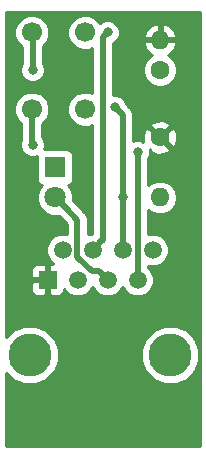
<source format=gbr>
G04 #@! TF.GenerationSoftware,KiCad,Pcbnew,5.0.0*
G04 #@! TF.CreationDate,2018-10-03T23:40:34+00:00*
G04 #@! TF.ProjectId,jeopardy-hw,6A656F70617264792D68772E6B696361,rev?*
G04 #@! TF.SameCoordinates,Original*
G04 #@! TF.FileFunction,Copper,L2,Bot,Signal*
G04 #@! TF.FilePolarity,Positive*
%FSLAX46Y46*%
G04 Gerber Fmt 4.6, Leading zero omitted, Abs format (unit mm)*
G04 Created by KiCad (PCBNEW 5.0.0) date Wed Oct  3 23:40:34 2018*
%MOMM*%
%LPD*%
G01*
G04 APERTURE LIST*
G04 #@! TA.AperFunction,ComponentPad*
%ADD10O,1.600000X1.600000*%
G04 #@! TD*
G04 #@! TA.AperFunction,ComponentPad*
%ADD11C,1.600000*%
G04 #@! TD*
G04 #@! TA.AperFunction,ComponentPad*
%ADD12C,1.500000*%
G04 #@! TD*
G04 #@! TA.AperFunction,ComponentPad*
%ADD13R,1.500000X1.500000*%
G04 #@! TD*
G04 #@! TA.AperFunction,WasherPad*
%ADD14C,3.650000*%
G04 #@! TD*
G04 #@! TA.AperFunction,ComponentPad*
%ADD15C,1.800000*%
G04 #@! TD*
G04 #@! TA.AperFunction,ComponentPad*
%ADD16R,1.800000X1.800000*%
G04 #@! TD*
G04 #@! TA.AperFunction,ComponentPad*
%ADD17C,1.700000*%
G04 #@! TD*
G04 #@! TA.AperFunction,ViaPad*
%ADD18C,0.800000*%
G04 #@! TD*
G04 #@! TA.AperFunction,Conductor*
%ADD19C,0.500000*%
G04 #@! TD*
G04 #@! TA.AperFunction,Conductor*
%ADD20C,0.254000*%
G04 #@! TD*
G04 APERTURE END LIST*
D10*
G04 #@! TO.P,R_BTN_LED_P1,2*
G04 #@! TO.N,GND*
X116840000Y-100330000D03*
D11*
G04 #@! TO.P,R_BTN_LED_P1,1*
G04 #@! TO.N,Net-(R_BTN_LED_P1-Pad1)*
X116840000Y-102870000D03*
G04 #@! TD*
D12*
G04 #@! TO.P,J_P1,8*
G04 #@! TO.N,Net-(J_P1-Pad8)*
X116205000Y-118110000D03*
G04 #@! TO.P,J_P1,7*
G04 #@! TO.N,Net-(J_P1-Pad7)*
X114935000Y-120650000D03*
G04 #@! TO.P,J_P1,6*
G04 #@! TO.N,Net-(J_P1-Pad6)*
X113665000Y-118110000D03*
G04 #@! TO.P,J_P1,5*
G04 #@! TO.N,+12V*
X112395000Y-120650000D03*
G04 #@! TO.P,J_P1,4*
G04 #@! TO.N,+3V3*
X111125000Y-118110000D03*
G04 #@! TO.P,J_P1,3*
G04 #@! TO.N,Net-(J_P1-Pad3)*
X109855000Y-120650000D03*
G04 #@! TO.P,J_P1,2*
G04 #@! TO.N,Net-(J_P1-Pad2)*
X108585000Y-118110000D03*
D13*
G04 #@! TO.P,J_P1,1*
G04 #@! TO.N,GND*
X107315000Y-120650000D03*
D14*
G04 #@! TO.P,J_P1,Hole*
G04 #@! TO.N,*
X105825000Y-127000000D03*
X117695000Y-127000000D03*
G04 #@! TD*
D11*
G04 #@! TO.P,R_BTN_P1,1*
G04 #@! TO.N,GND*
X116840000Y-108585000D03*
D10*
G04 #@! TO.P,R_BTN_P1,2*
G04 #@! TO.N,Net-(J_P1-Pad6)*
X116840000Y-113665000D03*
G04 #@! TD*
D15*
G04 #@! TO.P,LED_P1,2*
G04 #@! TO.N,+12V*
X107950000Y-113665000D03*
D16*
G04 #@! TO.P,LED_P1,1*
G04 #@! TO.N,Net-(J_P1-Pad8)*
X107950000Y-111125000D03*
G04 #@! TD*
D17*
G04 #@! TO.P,SW_P1,4*
G04 #@! TO.N,Net-(J_P1-Pad7)*
X105990000Y-106195000D03*
G04 #@! TO.P,SW_P1,3*
G04 #@! TO.N,Net-(R_BTN_LED_P1-Pad1)*
X105990000Y-99695000D03*
G04 #@! TO.P,SW_P1,2*
G04 #@! TO.N,Net-(J_P1-Pad6)*
X110490000Y-106195000D03*
G04 #@! TO.P,SW_P1,1*
G04 #@! TO.N,+3V3*
X110490000Y-99695000D03*
G04 #@! TD*
D18*
G04 #@! TO.N,GND*
X114935000Y-108585000D03*
X114935000Y-100330000D03*
G04 #@! TO.N,+3V3*
X112395000Y-99695000D03*
G04 #@! TO.N,Net-(J_P1-Pad7)*
X114935000Y-109855000D03*
X106045000Y-109220000D03*
G04 #@! TO.N,Net-(J_P1-Pad6)*
X113030000Y-106045000D03*
X113665000Y-113665000D03*
G04 #@! TO.N,Net-(R_BTN_LED_P1-Pad1)*
X106045000Y-102870000D03*
G04 #@! TD*
D19*
G04 #@! TO.N,GND*
X114935000Y-108585000D02*
X114935000Y-100330000D01*
G04 #@! TO.N,+3V3*
X111995001Y-117239999D02*
X111874999Y-117360001D01*
X112395000Y-99695000D02*
X111995001Y-100094999D01*
X111874999Y-117360001D02*
X111125000Y-118110000D01*
X111995001Y-100094999D02*
X111995001Y-117239999D01*
G04 #@! TO.N,+12V*
X112395000Y-120650000D02*
X111645001Y-119900001D01*
X111064999Y-119900001D02*
X109835001Y-118670003D01*
X109835001Y-118670003D02*
X109835001Y-115550001D01*
X111645001Y-119900001D02*
X111064999Y-119900001D01*
X109835001Y-115550001D02*
X108849999Y-114564999D01*
X108849999Y-114564999D02*
X107950000Y-113665000D01*
G04 #@! TO.N,Net-(J_P1-Pad7)*
X114935000Y-109855000D02*
X114935000Y-120650000D01*
X105990000Y-106195000D02*
X105990000Y-109165000D01*
X105990000Y-109165000D02*
X106045000Y-109220000D01*
G04 #@! TO.N,Net-(J_P1-Pad6)*
X113665000Y-106680000D02*
X113665000Y-113665000D01*
X113030000Y-106045000D02*
X113665000Y-106680000D01*
X113665000Y-113665000D02*
X113665000Y-118110000D01*
G04 #@! TO.N,Net-(R_BTN_LED_P1-Pad1)*
X106045000Y-99750000D02*
X105990000Y-99695000D01*
X106045000Y-102870000D02*
X106045000Y-99750000D01*
G04 #@! TD*
D20*
G04 #@! TO.N,GND*
G36*
X120194000Y-134672000D02*
X103834000Y-134672000D01*
X103834000Y-128487965D01*
X104431522Y-129085487D01*
X105335676Y-129460000D01*
X106314324Y-129460000D01*
X107218478Y-129085487D01*
X107910487Y-128393478D01*
X108285000Y-127489324D01*
X108285000Y-126510676D01*
X115235000Y-126510676D01*
X115235000Y-127489324D01*
X115609513Y-128393478D01*
X116301522Y-129085487D01*
X117205676Y-129460000D01*
X118184324Y-129460000D01*
X119088478Y-129085487D01*
X119780487Y-128393478D01*
X120155000Y-127489324D01*
X120155000Y-126510676D01*
X119780487Y-125606522D01*
X119088478Y-124914513D01*
X118184324Y-124540000D01*
X117205676Y-124540000D01*
X116301522Y-124914513D01*
X115609513Y-125606522D01*
X115235000Y-126510676D01*
X108285000Y-126510676D01*
X107910487Y-125606522D01*
X107218478Y-124914513D01*
X106314324Y-124540000D01*
X105335676Y-124540000D01*
X104431522Y-124914513D01*
X103834000Y-125512035D01*
X103834000Y-120935750D01*
X105930000Y-120935750D01*
X105930000Y-121526310D01*
X106026673Y-121759699D01*
X106205302Y-121938327D01*
X106438691Y-122035000D01*
X107029250Y-122035000D01*
X107188000Y-121876250D01*
X107188000Y-120777000D01*
X106088750Y-120777000D01*
X105930000Y-120935750D01*
X103834000Y-120935750D01*
X103834000Y-119773690D01*
X105930000Y-119773690D01*
X105930000Y-120364250D01*
X106088750Y-120523000D01*
X107188000Y-120523000D01*
X107188000Y-119423750D01*
X107029250Y-119265000D01*
X106438691Y-119265000D01*
X106205302Y-119361673D01*
X106026673Y-119540301D01*
X105930000Y-119773690D01*
X103834000Y-119773690D01*
X103834000Y-105899615D01*
X104505000Y-105899615D01*
X104505000Y-106490385D01*
X104731078Y-107036185D01*
X105105000Y-107410107D01*
X105105001Y-108784773D01*
X105010000Y-109014126D01*
X105010000Y-109425874D01*
X105167569Y-109806280D01*
X105458720Y-110097431D01*
X105839126Y-110255000D01*
X106250874Y-110255000D01*
X106409677Y-110189222D01*
X106402560Y-110225000D01*
X106402560Y-112025000D01*
X106451843Y-112272765D01*
X106592191Y-112482809D01*
X106802235Y-112623157D01*
X106817908Y-112626275D01*
X106648690Y-112795493D01*
X106415000Y-113359670D01*
X106415000Y-113970330D01*
X106648690Y-114534507D01*
X107080493Y-114966310D01*
X107644670Y-115200000D01*
X108233421Y-115200000D01*
X108285844Y-115252423D01*
X108285847Y-115252425D01*
X108950002Y-115916581D01*
X108950002Y-116762075D01*
X108860494Y-116725000D01*
X108309506Y-116725000D01*
X107800460Y-116935853D01*
X107410853Y-117325460D01*
X107200000Y-117834506D01*
X107200000Y-118385494D01*
X107410853Y-118894540D01*
X107781313Y-119265000D01*
X107600750Y-119265000D01*
X107442000Y-119423750D01*
X107442000Y-120523000D01*
X107462000Y-120523000D01*
X107462000Y-120777000D01*
X107442000Y-120777000D01*
X107442000Y-121876250D01*
X107600750Y-122035000D01*
X108191309Y-122035000D01*
X108424698Y-121938327D01*
X108603327Y-121759699D01*
X108700000Y-121526310D01*
X108700000Y-121453687D01*
X109070460Y-121824147D01*
X109579506Y-122035000D01*
X110130494Y-122035000D01*
X110639540Y-121824147D01*
X111029147Y-121434540D01*
X111125000Y-121203130D01*
X111220853Y-121434540D01*
X111610460Y-121824147D01*
X112119506Y-122035000D01*
X112670494Y-122035000D01*
X113179540Y-121824147D01*
X113569147Y-121434540D01*
X113665000Y-121203130D01*
X113760853Y-121434540D01*
X114150460Y-121824147D01*
X114659506Y-122035000D01*
X115210494Y-122035000D01*
X115719540Y-121824147D01*
X116109147Y-121434540D01*
X116320000Y-120925494D01*
X116320000Y-120374506D01*
X116109147Y-119865460D01*
X115820000Y-119576313D01*
X115820000Y-119449641D01*
X115929506Y-119495000D01*
X116480494Y-119495000D01*
X116989540Y-119284147D01*
X117379147Y-118894540D01*
X117590000Y-118385494D01*
X117590000Y-117834506D01*
X117379147Y-117325460D01*
X116989540Y-116935853D01*
X116480494Y-116725000D01*
X115929506Y-116725000D01*
X115820000Y-116770359D01*
X115820000Y-114709317D01*
X116280091Y-115016740D01*
X116698667Y-115100000D01*
X116981333Y-115100000D01*
X117399909Y-115016740D01*
X117874577Y-114699577D01*
X118191740Y-114224909D01*
X118303113Y-113665000D01*
X118191740Y-113105091D01*
X117874577Y-112630423D01*
X117399909Y-112313260D01*
X116981333Y-112230000D01*
X116698667Y-112230000D01*
X116280091Y-112313260D01*
X115820000Y-112620683D01*
X115820000Y-110423007D01*
X115970000Y-110060874D01*
X115970000Y-109649126D01*
X115965748Y-109638860D01*
X116011861Y-109592747D01*
X116085995Y-109838864D01*
X116623223Y-110031965D01*
X117193454Y-110004778D01*
X117594005Y-109838864D01*
X117668139Y-109592745D01*
X116840000Y-108764605D01*
X116825858Y-108778748D01*
X116646252Y-108599142D01*
X116660395Y-108585000D01*
X117019605Y-108585000D01*
X117847745Y-109413139D01*
X118093864Y-109339005D01*
X118286965Y-108801777D01*
X118259778Y-108231546D01*
X118093864Y-107830995D01*
X117847745Y-107756861D01*
X117019605Y-108585000D01*
X116660395Y-108585000D01*
X115832255Y-107756861D01*
X115586136Y-107830995D01*
X115393035Y-108368223D01*
X115420089Y-108935654D01*
X115140874Y-108820000D01*
X114729126Y-108820000D01*
X114550000Y-108894196D01*
X114550000Y-107577255D01*
X116011861Y-107577255D01*
X116840000Y-108405395D01*
X117668139Y-107577255D01*
X117594005Y-107331136D01*
X117056777Y-107138035D01*
X116486546Y-107165222D01*
X116085995Y-107331136D01*
X116011861Y-107577255D01*
X114550000Y-107577255D01*
X114550000Y-106767161D01*
X114567337Y-106680000D01*
X114550000Y-106592839D01*
X114550000Y-106592835D01*
X114498652Y-106334690D01*
X114303049Y-106041951D01*
X114229156Y-105992577D01*
X114057431Y-105820852D01*
X113907431Y-105458720D01*
X113616280Y-105167569D01*
X113235874Y-105010000D01*
X112880001Y-105010000D01*
X112880001Y-102584561D01*
X115405000Y-102584561D01*
X115405000Y-103155439D01*
X115623466Y-103682862D01*
X116027138Y-104086534D01*
X116554561Y-104305000D01*
X117125439Y-104305000D01*
X117652862Y-104086534D01*
X118056534Y-103682862D01*
X118275000Y-103155439D01*
X118275000Y-102584561D01*
X118056534Y-102057138D01*
X117652862Y-101653466D01*
X117503573Y-101591628D01*
X117577423Y-101561041D01*
X117992389Y-101185134D01*
X118231914Y-100679041D01*
X118110629Y-100457000D01*
X116967000Y-100457000D01*
X116967000Y-100477000D01*
X116713000Y-100477000D01*
X116713000Y-100457000D01*
X115569371Y-100457000D01*
X115448086Y-100679041D01*
X115687611Y-101185134D01*
X116102577Y-101561041D01*
X116176427Y-101591628D01*
X116027138Y-101653466D01*
X115623466Y-102057138D01*
X115405000Y-102584561D01*
X112880001Y-102584561D01*
X112880001Y-100614382D01*
X112981280Y-100572431D01*
X113272431Y-100281280D01*
X113396827Y-99980959D01*
X115448086Y-99980959D01*
X115569371Y-100203000D01*
X116713000Y-100203000D01*
X116713000Y-99060085D01*
X116967000Y-99060085D01*
X116967000Y-100203000D01*
X118110629Y-100203000D01*
X118231914Y-99980959D01*
X117992389Y-99474866D01*
X117577423Y-99098959D01*
X117189039Y-98938096D01*
X116967000Y-99060085D01*
X116713000Y-99060085D01*
X116490961Y-98938096D01*
X116102577Y-99098959D01*
X115687611Y-99474866D01*
X115448086Y-99980959D01*
X113396827Y-99980959D01*
X113430000Y-99900874D01*
X113430000Y-99489126D01*
X113272431Y-99108720D01*
X112981280Y-98817569D01*
X112600874Y-98660000D01*
X112189126Y-98660000D01*
X111808720Y-98817569D01*
X111755820Y-98870469D01*
X111748922Y-98853815D01*
X111331185Y-98436078D01*
X110785385Y-98210000D01*
X110194615Y-98210000D01*
X109648815Y-98436078D01*
X109231078Y-98853815D01*
X109005000Y-99399615D01*
X109005000Y-99990385D01*
X109231078Y-100536185D01*
X109648815Y-100953922D01*
X110194615Y-101180000D01*
X110785385Y-101180000D01*
X111110001Y-101045539D01*
X111110001Y-104844461D01*
X110785385Y-104710000D01*
X110194615Y-104710000D01*
X109648815Y-104936078D01*
X109231078Y-105353815D01*
X109005000Y-105899615D01*
X109005000Y-106490385D01*
X109231078Y-107036185D01*
X109648815Y-107453922D01*
X110194615Y-107680000D01*
X110785385Y-107680000D01*
X111110001Y-107545539D01*
X111110002Y-116725000D01*
X110849506Y-116725000D01*
X110720001Y-116778643D01*
X110720001Y-115637160D01*
X110737338Y-115550000D01*
X110720001Y-115462840D01*
X110720001Y-115462836D01*
X110668653Y-115204691D01*
X110596616Y-115096881D01*
X110522425Y-114985846D01*
X110522424Y-114985845D01*
X110473050Y-114911952D01*
X110399157Y-114862578D01*
X109537425Y-114000847D01*
X109537423Y-114000844D01*
X109485000Y-113948421D01*
X109485000Y-113359670D01*
X109251310Y-112795493D01*
X109082092Y-112626275D01*
X109097765Y-112623157D01*
X109307809Y-112482809D01*
X109448157Y-112272765D01*
X109497440Y-112025000D01*
X109497440Y-110225000D01*
X109448157Y-109977235D01*
X109307809Y-109767191D01*
X109097765Y-109626843D01*
X108850000Y-109577560D01*
X107050000Y-109577560D01*
X107014222Y-109584677D01*
X107080000Y-109425874D01*
X107080000Y-109014126D01*
X106922431Y-108633720D01*
X106875000Y-108586289D01*
X106875000Y-107410107D01*
X107248922Y-107036185D01*
X107475000Y-106490385D01*
X107475000Y-105899615D01*
X107248922Y-105353815D01*
X106831185Y-104936078D01*
X106285385Y-104710000D01*
X105694615Y-104710000D01*
X105148815Y-104936078D01*
X104731078Y-105353815D01*
X104505000Y-105899615D01*
X103834000Y-105899615D01*
X103834000Y-99399615D01*
X104505000Y-99399615D01*
X104505000Y-99990385D01*
X104731078Y-100536185D01*
X105148815Y-100953922D01*
X105160001Y-100958555D01*
X105160000Y-102301993D01*
X105010000Y-102664126D01*
X105010000Y-103075874D01*
X105167569Y-103456280D01*
X105458720Y-103747431D01*
X105839126Y-103905000D01*
X106250874Y-103905000D01*
X106631280Y-103747431D01*
X106922431Y-103456280D01*
X107080000Y-103075874D01*
X107080000Y-102664126D01*
X106930000Y-102301993D01*
X106930000Y-100855107D01*
X107248922Y-100536185D01*
X107475000Y-99990385D01*
X107475000Y-99399615D01*
X107248922Y-98853815D01*
X106831185Y-98436078D01*
X106285385Y-98210000D01*
X105694615Y-98210000D01*
X105148815Y-98436078D01*
X104731078Y-98853815D01*
X104505000Y-99399615D01*
X103834000Y-99399615D01*
X103834000Y-97992000D01*
X120194001Y-97992000D01*
X120194000Y-134672000D01*
X120194000Y-134672000D01*
G37*
X120194000Y-134672000D02*
X103834000Y-134672000D01*
X103834000Y-128487965D01*
X104431522Y-129085487D01*
X105335676Y-129460000D01*
X106314324Y-129460000D01*
X107218478Y-129085487D01*
X107910487Y-128393478D01*
X108285000Y-127489324D01*
X108285000Y-126510676D01*
X115235000Y-126510676D01*
X115235000Y-127489324D01*
X115609513Y-128393478D01*
X116301522Y-129085487D01*
X117205676Y-129460000D01*
X118184324Y-129460000D01*
X119088478Y-129085487D01*
X119780487Y-128393478D01*
X120155000Y-127489324D01*
X120155000Y-126510676D01*
X119780487Y-125606522D01*
X119088478Y-124914513D01*
X118184324Y-124540000D01*
X117205676Y-124540000D01*
X116301522Y-124914513D01*
X115609513Y-125606522D01*
X115235000Y-126510676D01*
X108285000Y-126510676D01*
X107910487Y-125606522D01*
X107218478Y-124914513D01*
X106314324Y-124540000D01*
X105335676Y-124540000D01*
X104431522Y-124914513D01*
X103834000Y-125512035D01*
X103834000Y-120935750D01*
X105930000Y-120935750D01*
X105930000Y-121526310D01*
X106026673Y-121759699D01*
X106205302Y-121938327D01*
X106438691Y-122035000D01*
X107029250Y-122035000D01*
X107188000Y-121876250D01*
X107188000Y-120777000D01*
X106088750Y-120777000D01*
X105930000Y-120935750D01*
X103834000Y-120935750D01*
X103834000Y-119773690D01*
X105930000Y-119773690D01*
X105930000Y-120364250D01*
X106088750Y-120523000D01*
X107188000Y-120523000D01*
X107188000Y-119423750D01*
X107029250Y-119265000D01*
X106438691Y-119265000D01*
X106205302Y-119361673D01*
X106026673Y-119540301D01*
X105930000Y-119773690D01*
X103834000Y-119773690D01*
X103834000Y-105899615D01*
X104505000Y-105899615D01*
X104505000Y-106490385D01*
X104731078Y-107036185D01*
X105105000Y-107410107D01*
X105105001Y-108784773D01*
X105010000Y-109014126D01*
X105010000Y-109425874D01*
X105167569Y-109806280D01*
X105458720Y-110097431D01*
X105839126Y-110255000D01*
X106250874Y-110255000D01*
X106409677Y-110189222D01*
X106402560Y-110225000D01*
X106402560Y-112025000D01*
X106451843Y-112272765D01*
X106592191Y-112482809D01*
X106802235Y-112623157D01*
X106817908Y-112626275D01*
X106648690Y-112795493D01*
X106415000Y-113359670D01*
X106415000Y-113970330D01*
X106648690Y-114534507D01*
X107080493Y-114966310D01*
X107644670Y-115200000D01*
X108233421Y-115200000D01*
X108285844Y-115252423D01*
X108285847Y-115252425D01*
X108950002Y-115916581D01*
X108950002Y-116762075D01*
X108860494Y-116725000D01*
X108309506Y-116725000D01*
X107800460Y-116935853D01*
X107410853Y-117325460D01*
X107200000Y-117834506D01*
X107200000Y-118385494D01*
X107410853Y-118894540D01*
X107781313Y-119265000D01*
X107600750Y-119265000D01*
X107442000Y-119423750D01*
X107442000Y-120523000D01*
X107462000Y-120523000D01*
X107462000Y-120777000D01*
X107442000Y-120777000D01*
X107442000Y-121876250D01*
X107600750Y-122035000D01*
X108191309Y-122035000D01*
X108424698Y-121938327D01*
X108603327Y-121759699D01*
X108700000Y-121526310D01*
X108700000Y-121453687D01*
X109070460Y-121824147D01*
X109579506Y-122035000D01*
X110130494Y-122035000D01*
X110639540Y-121824147D01*
X111029147Y-121434540D01*
X111125000Y-121203130D01*
X111220853Y-121434540D01*
X111610460Y-121824147D01*
X112119506Y-122035000D01*
X112670494Y-122035000D01*
X113179540Y-121824147D01*
X113569147Y-121434540D01*
X113665000Y-121203130D01*
X113760853Y-121434540D01*
X114150460Y-121824147D01*
X114659506Y-122035000D01*
X115210494Y-122035000D01*
X115719540Y-121824147D01*
X116109147Y-121434540D01*
X116320000Y-120925494D01*
X116320000Y-120374506D01*
X116109147Y-119865460D01*
X115820000Y-119576313D01*
X115820000Y-119449641D01*
X115929506Y-119495000D01*
X116480494Y-119495000D01*
X116989540Y-119284147D01*
X117379147Y-118894540D01*
X117590000Y-118385494D01*
X117590000Y-117834506D01*
X117379147Y-117325460D01*
X116989540Y-116935853D01*
X116480494Y-116725000D01*
X115929506Y-116725000D01*
X115820000Y-116770359D01*
X115820000Y-114709317D01*
X116280091Y-115016740D01*
X116698667Y-115100000D01*
X116981333Y-115100000D01*
X117399909Y-115016740D01*
X117874577Y-114699577D01*
X118191740Y-114224909D01*
X118303113Y-113665000D01*
X118191740Y-113105091D01*
X117874577Y-112630423D01*
X117399909Y-112313260D01*
X116981333Y-112230000D01*
X116698667Y-112230000D01*
X116280091Y-112313260D01*
X115820000Y-112620683D01*
X115820000Y-110423007D01*
X115970000Y-110060874D01*
X115970000Y-109649126D01*
X115965748Y-109638860D01*
X116011861Y-109592747D01*
X116085995Y-109838864D01*
X116623223Y-110031965D01*
X117193454Y-110004778D01*
X117594005Y-109838864D01*
X117668139Y-109592745D01*
X116840000Y-108764605D01*
X116825858Y-108778748D01*
X116646252Y-108599142D01*
X116660395Y-108585000D01*
X117019605Y-108585000D01*
X117847745Y-109413139D01*
X118093864Y-109339005D01*
X118286965Y-108801777D01*
X118259778Y-108231546D01*
X118093864Y-107830995D01*
X117847745Y-107756861D01*
X117019605Y-108585000D01*
X116660395Y-108585000D01*
X115832255Y-107756861D01*
X115586136Y-107830995D01*
X115393035Y-108368223D01*
X115420089Y-108935654D01*
X115140874Y-108820000D01*
X114729126Y-108820000D01*
X114550000Y-108894196D01*
X114550000Y-107577255D01*
X116011861Y-107577255D01*
X116840000Y-108405395D01*
X117668139Y-107577255D01*
X117594005Y-107331136D01*
X117056777Y-107138035D01*
X116486546Y-107165222D01*
X116085995Y-107331136D01*
X116011861Y-107577255D01*
X114550000Y-107577255D01*
X114550000Y-106767161D01*
X114567337Y-106680000D01*
X114550000Y-106592839D01*
X114550000Y-106592835D01*
X114498652Y-106334690D01*
X114303049Y-106041951D01*
X114229156Y-105992577D01*
X114057431Y-105820852D01*
X113907431Y-105458720D01*
X113616280Y-105167569D01*
X113235874Y-105010000D01*
X112880001Y-105010000D01*
X112880001Y-102584561D01*
X115405000Y-102584561D01*
X115405000Y-103155439D01*
X115623466Y-103682862D01*
X116027138Y-104086534D01*
X116554561Y-104305000D01*
X117125439Y-104305000D01*
X117652862Y-104086534D01*
X118056534Y-103682862D01*
X118275000Y-103155439D01*
X118275000Y-102584561D01*
X118056534Y-102057138D01*
X117652862Y-101653466D01*
X117503573Y-101591628D01*
X117577423Y-101561041D01*
X117992389Y-101185134D01*
X118231914Y-100679041D01*
X118110629Y-100457000D01*
X116967000Y-100457000D01*
X116967000Y-100477000D01*
X116713000Y-100477000D01*
X116713000Y-100457000D01*
X115569371Y-100457000D01*
X115448086Y-100679041D01*
X115687611Y-101185134D01*
X116102577Y-101561041D01*
X116176427Y-101591628D01*
X116027138Y-101653466D01*
X115623466Y-102057138D01*
X115405000Y-102584561D01*
X112880001Y-102584561D01*
X112880001Y-100614382D01*
X112981280Y-100572431D01*
X113272431Y-100281280D01*
X113396827Y-99980959D01*
X115448086Y-99980959D01*
X115569371Y-100203000D01*
X116713000Y-100203000D01*
X116713000Y-99060085D01*
X116967000Y-99060085D01*
X116967000Y-100203000D01*
X118110629Y-100203000D01*
X118231914Y-99980959D01*
X117992389Y-99474866D01*
X117577423Y-99098959D01*
X117189039Y-98938096D01*
X116967000Y-99060085D01*
X116713000Y-99060085D01*
X116490961Y-98938096D01*
X116102577Y-99098959D01*
X115687611Y-99474866D01*
X115448086Y-99980959D01*
X113396827Y-99980959D01*
X113430000Y-99900874D01*
X113430000Y-99489126D01*
X113272431Y-99108720D01*
X112981280Y-98817569D01*
X112600874Y-98660000D01*
X112189126Y-98660000D01*
X111808720Y-98817569D01*
X111755820Y-98870469D01*
X111748922Y-98853815D01*
X111331185Y-98436078D01*
X110785385Y-98210000D01*
X110194615Y-98210000D01*
X109648815Y-98436078D01*
X109231078Y-98853815D01*
X109005000Y-99399615D01*
X109005000Y-99990385D01*
X109231078Y-100536185D01*
X109648815Y-100953922D01*
X110194615Y-101180000D01*
X110785385Y-101180000D01*
X111110001Y-101045539D01*
X111110001Y-104844461D01*
X110785385Y-104710000D01*
X110194615Y-104710000D01*
X109648815Y-104936078D01*
X109231078Y-105353815D01*
X109005000Y-105899615D01*
X109005000Y-106490385D01*
X109231078Y-107036185D01*
X109648815Y-107453922D01*
X110194615Y-107680000D01*
X110785385Y-107680000D01*
X111110001Y-107545539D01*
X111110002Y-116725000D01*
X110849506Y-116725000D01*
X110720001Y-116778643D01*
X110720001Y-115637160D01*
X110737338Y-115550000D01*
X110720001Y-115462840D01*
X110720001Y-115462836D01*
X110668653Y-115204691D01*
X110596616Y-115096881D01*
X110522425Y-114985846D01*
X110522424Y-114985845D01*
X110473050Y-114911952D01*
X110399157Y-114862578D01*
X109537425Y-114000847D01*
X109537423Y-114000844D01*
X109485000Y-113948421D01*
X109485000Y-113359670D01*
X109251310Y-112795493D01*
X109082092Y-112626275D01*
X109097765Y-112623157D01*
X109307809Y-112482809D01*
X109448157Y-112272765D01*
X109497440Y-112025000D01*
X109497440Y-110225000D01*
X109448157Y-109977235D01*
X109307809Y-109767191D01*
X109097765Y-109626843D01*
X108850000Y-109577560D01*
X107050000Y-109577560D01*
X107014222Y-109584677D01*
X107080000Y-109425874D01*
X107080000Y-109014126D01*
X106922431Y-108633720D01*
X106875000Y-108586289D01*
X106875000Y-107410107D01*
X107248922Y-107036185D01*
X107475000Y-106490385D01*
X107475000Y-105899615D01*
X107248922Y-105353815D01*
X106831185Y-104936078D01*
X106285385Y-104710000D01*
X105694615Y-104710000D01*
X105148815Y-104936078D01*
X104731078Y-105353815D01*
X104505000Y-105899615D01*
X103834000Y-105899615D01*
X103834000Y-99399615D01*
X104505000Y-99399615D01*
X104505000Y-99990385D01*
X104731078Y-100536185D01*
X105148815Y-100953922D01*
X105160001Y-100958555D01*
X105160000Y-102301993D01*
X105010000Y-102664126D01*
X105010000Y-103075874D01*
X105167569Y-103456280D01*
X105458720Y-103747431D01*
X105839126Y-103905000D01*
X106250874Y-103905000D01*
X106631280Y-103747431D01*
X106922431Y-103456280D01*
X107080000Y-103075874D01*
X107080000Y-102664126D01*
X106930000Y-102301993D01*
X106930000Y-100855107D01*
X107248922Y-100536185D01*
X107475000Y-99990385D01*
X107475000Y-99399615D01*
X107248922Y-98853815D01*
X106831185Y-98436078D01*
X106285385Y-98210000D01*
X105694615Y-98210000D01*
X105148815Y-98436078D01*
X104731078Y-98853815D01*
X104505000Y-99399615D01*
X103834000Y-99399615D01*
X103834000Y-97992000D01*
X120194001Y-97992000D01*
X120194000Y-134672000D01*
G04 #@! TD*
M02*

</source>
